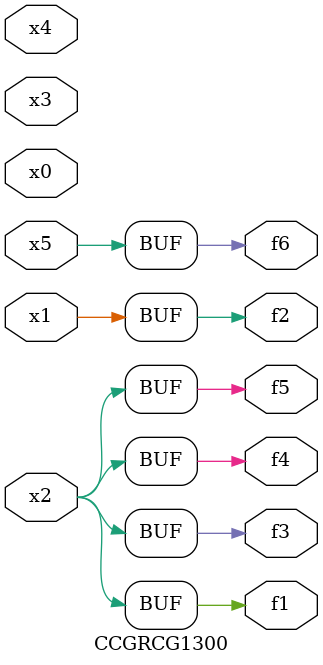
<source format=v>
module CCGRCG1300(
	input x0, x1, x2, x3, x4, x5,
	output f1, f2, f3, f4, f5, f6
);
	assign f1 = x2;
	assign f2 = x1;
	assign f3 = x2;
	assign f4 = x2;
	assign f5 = x2;
	assign f6 = x5;
endmodule

</source>
